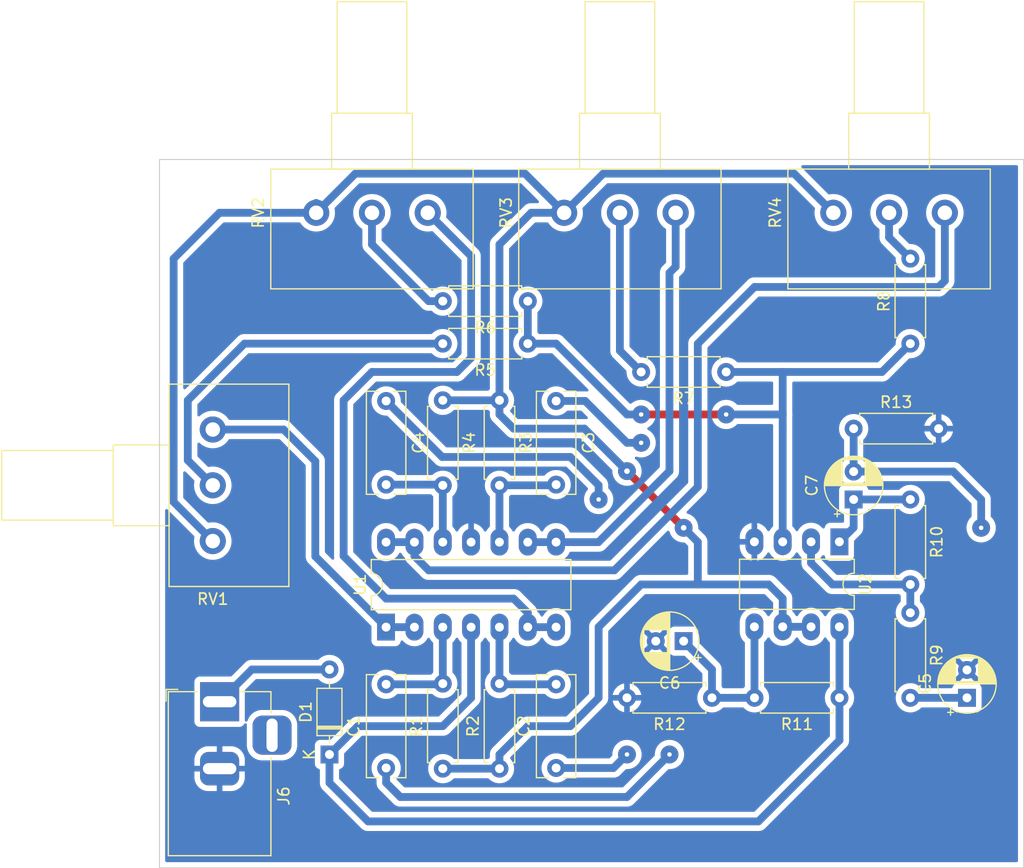
<source format=kicad_pcb>
(kicad_pcb (version 20211014) (generator pcbnew)
  (layers (0 "F.Cu" signal) (31 "B.Cu" signal) (34 "B.Paste" user) (35 "F.Paste" user) (36 "B.SilkS" user "B.Silkscreen") (37 "F.SilkS" user "F.Silkscreen") (38 "B.Mask" user) (39 "F.Mask" user) (44 "Edge.Cuts" user))
  (net 0 "")
  (net 1 "Net-(C1-Pad1)")
  (net 2 "Net-(C1-Pad2)")
  (net 3 "Net-(C2-Pad1)")
  (net 4 "Net-(C2-Pad2)")
  (net 5 "Net-(C3-Pad1)")
  (net 6 "Net-(C3-Pad2)")
  (net 7 "Net-(C4-Pad1)")
  (net 8 "Net-(C4-Pad2)")
  (net 9 "Net-(C5-Pad1)")
  (net 10 "GND")
  (net 11 "Net-(C6-Pad1)")
  (net 12 "Net-(C7-Pad1)")
  (net 13 "Net-(C7-Pad2)")
  (net 14 "+9V")
  (net 15 "Net-(D1-Pad2)")
  (net 16 "Vref")
  (net 17 "Net-(R5-Pad1)")
  (net 18 "Net-(R5-Pad2)")
  (net 19 "Net-(R6-Pad2)")
  (net 20 "Net-(R7-Pad2)")
  (net 21 "Net-(R8-Pad2)")
  (net 22 "Net-(R10-Pad2)")
  (net 23 "Net-(RV1-Pad1)")
  (net 24 "Net-(RV2-Pad1)")
  (net 25 "Net-(RV3-Pad1)")
  (net 26 "Net-(RV4-Pad1)")
  (footprint "Potentiometer_THT:Potentiometer_Alps_RK163_Single_Horizontal" (layer "F.Cu") (at 212.645 42.88 90)
    (fp_text reference "RV4" (at 0 -15.2 90) (layer "F.SilkS"))
    (fp_text value "10KA")
    (pad "1" thru_hole circle (at 0 0 90) (size 2.34 2.34) (drill 1.3) (layers *.Cu *.Mask) (net 26 "Net-(RV4-Pad1)"))
    (pad "2" thru_hole circle (at 0 -5 90) (size 2.34 2.34) (drill 1.3) (layers *.Cu *.Mask) (net 21 "Net-(R8-Pad2)"))
    (pad "3" thru_hole circle (at 0 -10 90) (size 2.34 2.34) (drill 1.3) (layers *.Cu *.Mask) (net 16 "Vref"))
  )
  (footprint "Potentiometer_THT:Potentiometer_Alps_RK163_Single_Horizontal" (layer "F.Cu") (at 147.02 62.31 180)
    (fp_text reference "RV1" (at 0 -15.2) (layer "F.SilkS"))
    (fp_text value "10KA")
    (pad "1" thru_hole circle (at 0 0 180) (size 2.34 2.34) (drill 1.3) (layers *.Cu *.Mask) (net 23 "Net-(RV1-Pad1)"))
    (pad "2" thru_hole circle (at 0 -5 180) (size 2.34 2.34) (drill 1.3) (layers *.Cu *.Mask) (net 18 "Net-(R5-Pad2)"))
    (pad "3" thru_hole circle (at 0 -10 180) (size 2.34 2.34) (drill 1.3) (layers *.Cu *.Mask) (net 16 "Vref"))
  )
  (footprint "Resistor_THT:R_Axial_DIN0207_L6.3mm_D2.5mm_P7.62mm_Horizontal" (layer "F.Cu") (at 172.72 59.69 -90)
    (fp_text reference "R3" (at 3.81 -2.37 90) (layer "F.SilkS"))
    (fp_text value "1M")
    (pad "1" thru_hole circle (at 0 0 270) (size 1.6 1.6) (drill 0.8) (layers *.Cu *.Mask) (net 16 "Vref"))
    (pad "2" thru_hole oval (at 7.62 0 270) (size 1.6 1.6) (drill 0.8) (layers *.Cu *.Mask) (net 6 "Net-(C3-Pad2)"))
  )
  (footprint "Resistor_THT:R_Axial_DIN0207_L6.3mm_D2.5mm_P7.62mm_Horizontal" (layer "F.Cu") (at 204.47 62.23)
    (fp_text reference "R13" (at 3.81 -2.37) (layer "F.SilkS"))
    (fp_text value "10k")
    (pad "1" thru_hole circle (at 0 0) (size 1.6 1.6) (drill 0.8) (layers *.Cu *.Mask) (net 13 "Net-(C7-Pad2)"))
    (pad "2" thru_hole oval (at 7.62 0) (size 1.6 1.6) (drill 0.8) (layers *.Cu *.Mask) (net 10 "GND"))
  )
  (footprint "Resistor_THT:R_Axial_DIN0207_L6.3mm_D2.5mm_P7.62mm_Horizontal" (layer "F.Cu") (at 167.64 92.71 90)
    (fp_text reference "R1" (at 3.81 -2.37 90) (layer "F.SilkS"))
    (fp_text value "1M")
    (pad "1" thru_hole circle (at 0 0 90) (size 1.6 1.6) (drill 0.8) (layers *.Cu *.Mask) (net 16 "Vref"))
    (pad "2" thru_hole oval (at 7.62 0 90) (size 1.6 1.6) (drill 0.8) (layers *.Cu *.Mask) (net 2 "Net-(C1-Pad2)"))
  )
  (footprint "Potentiometer_THT:Potentiometer_Alps_RK163_Single_Horizontal" (layer "F.Cu") (at 166.29 42.88 90)
    (fp_text reference "RV2" (at 0 -15.2 90) (layer "F.SilkS"))
    (fp_text value "10KA")
    (pad "1" thru_hole circle (at 0 0 90) (size 2.34 2.34) (drill 1.3) (layers *.Cu *.Mask) (net 24 "Net-(RV2-Pad1)"))
    (pad "2" thru_hole circle (at 0 -5 90) (size 2.34 2.34) (drill 1.3) (layers *.Cu *.Mask) (net 19 "Net-(R6-Pad2)"))
    (pad "3" thru_hole circle (at 0 -10 90) (size 2.34 2.34) (drill 1.3) (layers *.Cu *.Mask) (net 16 "Vref"))
  )
  (footprint "Resistor_THT:R_Axial_DIN0207_L6.3mm_D2.5mm_P7.62mm_Horizontal" (layer "F.Cu") (at 193.04 57.15 180)
    (fp_text reference "R7" (at 3.81 -2.37) (layer "F.SilkS"))
    (fp_text value "100k")
    (pad "1" thru_hole circle (at 0 0 180) (size 1.6 1.6) (drill 0.8) (layers *.Cu *.Mask) (net 17 "Net-(R5-Pad1)"))
    (pad "2" thru_hole oval (at 7.62 0 180) (size 1.6 1.6) (drill 0.8) (layers *.Cu *.Mask) (net 20 "Net-(R7-Pad2)"))
  )
  (footprint "Resistor_THT:R_Axial_DIN0207_L6.3mm_D2.5mm_P7.62mm_Horizontal" (layer "F.Cu") (at 167.64 59.69 -90)
    (fp_text reference "R4" (at 3.81 -2.37 90) (layer "F.SilkS"))
    (fp_text value "1M")
    (pad "1" thru_hole circle (at 0 0 270) (size 1.6 1.6) (drill 0.8) (layers *.Cu *.Mask) (net 16 "Vref"))
    (pad "2" thru_hole oval (at 7.62 0 270) (size 1.6 1.6) (drill 0.8) (layers *.Cu *.Mask) (net 8 "Net-(C4-Pad2)"))
  )
  (footprint "Resistor_THT:R_Axial_DIN0207_L6.3mm_D2.5mm_P7.62mm_Horizontal" (layer "F.Cu") (at 209.55 68.58 -90)
    (fp_text reference "R10" (at 3.81 -2.37 90) (layer "F.SilkS"))
    (fp_text value "10k")
    (pad "1" thru_hole circle (at 0 0 270) (size 1.6 1.6) (drill 0.8) (layers *.Cu *.Mask) (net 12 "Net-(C7-Pad1)"))
    (pad "2" thru_hole oval (at 7.62 0 270) (size 1.6 1.6) (drill 0.8) (layers *.Cu *.Mask) (net 22 "Net-(R10-Pad2)"))
  )
  (footprint "Package_DIP:DIP-8_W7.62mm_LongPads" (layer "F.Cu") (at 203.19 72.375 -90)
    (fp_text reference "U2" (at 3.81 -2.33 90) (layer "F.SilkS"))
    (fp_text value "TL072")
    (pad "1" thru_hole rect (at 0 0 270) (size 2.4 1.6) (drill 0.8) (layers *.Cu *.Mask) (net 12 "Net-(C7-Pad1)"))
    (pad "2" thru_hole oval (at 0 2.54 270) (size 2.4 1.6) (drill 0.8) (layers *.Cu *.Mask) (net 22 "Net-(R10-Pad2)"))
    (pad "3" thru_hole oval (at 0 5.08 270) (size 2.4 1.6) (drill 0.8) (layers *.Cu *.Mask) (net 17 "Net-(R5-Pad1)"))
    (pad "4" thru_hole oval (at 0 7.62 270) (size 2.4 1.6) (drill 0.8) (layers *.Cu *.Mask) (net 10 "GND"))
    (pad "5" thru_hole oval (at 7.62 7.62 270) (size 2.4 1.6) (drill 0.8) (layers *.Cu *.Mask) (net 11 "Net-(C6-Pad1)"))
    (pad "6" thru_hole oval (at 7.62 5.08 270) (size 2.4 1.6) (drill 0.8) (layers *.Cu *.Mask) (net 16 "Vref"))
    (pad "7" thru_hole oval (at 7.62 2.54 270) (size 2.4 1.6) (drill 0.8) (layers *.Cu *.Mask) (net 16 "Vref"))
    (pad "8" thru_hole oval (at 7.62 0 270) (size 2.4 1.6) (drill 0.8) (layers *.Cu *.Mask) (net 14 "+9V"))
  )
  (footprint "Resistor_THT:R_Axial_DIN0207_L6.3mm_D2.5mm_P7.62mm_Horizontal" (layer "F.Cu") (at 191.77 86.36 180)
    (fp_text reference "R12" (at 3.81 -2.37) (layer "F.SilkS"))
    (fp_text value "470k")
    (pad "1" thru_hole circle (at 0 0 180) (size 1.6 1.6) (drill 0.8) (layers *.Cu *.Mask) (net 11 "Net-(C6-Pad1)"))
    (pad "2" thru_hole oval (at 7.62 0 180) (size 1.6 1.6) (drill 0.8) (layers *.Cu *.Mask) (net 10 "GND"))
  )
  (footprint "Capacitor_THT:CP_Radial_D5.0mm_P2.50mm" (layer "F.Cu") (at 214.63 86.36 90)
    (fp_text reference "C5" (at 1.25 -3.75 90) (layer "F.SilkS"))
    (fp_text value "4.7uF")
    (pad "1" thru_hole rect (at 0 0 90) (size 1.6 1.6) (drill 0.8) (layers *.Cu *.Mask) (net 9 "Net-(C5-Pad1)"))
    (pad "2" thru_hole circle (at 2.5 0 90) (size 1.6 1.6) (drill 0.8) (layers *.Cu *.Mask) (net 10 "GND"))
  )
  (footprint "Resistor_THT:R_Axial_DIN0207_L6.3mm_D2.5mm_P7.62mm_Horizontal" (layer "F.Cu") (at 172.72 92.71 90)
    (fp_text reference "R2" (at 3.81 -2.37 90) (layer "F.SilkS"))
    (fp_text value "1M")
    (pad "1" thru_hole circle (at 0 0 90) (size 1.6 1.6) (drill 0.8) (layers *.Cu *.Mask) (net 16 "Vref"))
    (pad "2" thru_hole oval (at 7.62 0 90) (size 1.6 1.6) (drill 0.8) (layers *.Cu *.Mask) (net 4 "Net-(C2-Pad2)"))
  )
  (footprint "Diode_THT:D_DO-35_SOD27_P7.62mm_Horizontal" (layer "F.Cu") (at 157.48 91.44 90)
    (fp_text reference "D1" (at 3.81 -2.12 90) (layer "F.SilkS"))
    (fp_text value "1N914")
    (fp_text user "K" (at 0 -1.8 90) (layer "F.SilkS"))
    (pad "1" thru_hole rect (at 0 0 90) (size 1.6 1.6) (drill 0.8) (layers *.Cu *.Mask) (net 14 "+9V"))
    (pad "2" thru_hole oval (at 7.62 0 90) (size 1.6 1.6) (drill 0.8) (layers *.Cu *.Mask) (net 15 "Net-(D1-Pad2)"))
  )
  (footprint "Resistor_THT:R_Axial_DIN0207_L6.3mm_D2.5mm_P7.62mm_Horizontal" (layer "F.Cu") (at 209.55 78.74 -90)
    (fp_text reference "R9" (at 3.81 -2.37 90) (layer "F.SilkS"))
    (fp_text value "1k")
    (pad "1" thru_hole circle (at 0 0 270) (size 1.6 1.6) (drill 0.8) (layers *.Cu *.Mask) (net 22 "Net-(R10-Pad2)"))
    (pad "2" thru_hole oval (at 7.62 0 270) (size 1.6 1.6) (drill 0.8) (layers *.Cu *.Mask) (net 9 "Net-(C5-Pad1)"))
  )
  (footprint "Capacitor_THT:C_Rect_L9.0mm_W3.3mm_P7.50mm_MKT" (layer "F.Cu") (at 177.8 59.75 -90)
    (fp_text reference "C3" (at 3.75 -2.9 90) (layer "F.SilkS"))
    (fp_text value "470nF")
    (pad "1" thru_hole circle (at 0 0 270) (size 1.6 1.6) (drill 0.8) (layers *.Cu *.Mask) (net 5 "Net-(C3-Pad1)"))
    (pad "2" thru_hole circle (at 7.5 0 270) (size 1.6 1.6) (drill 0.8) (layers *.Cu *.Mask) (net 6 "Net-(C3-Pad2)"))
  )
  (footprint "Capacitor_THT:C_Rect_L9.0mm_W3.3mm_P7.50mm_MKT" (layer "F.Cu") (at 162.56 59.75 -90)
    (fp_text reference "C4" (at 3.75 -2.9 90) (layer "F.SilkS"))
    (fp_text value "470nF")
    (pad "1" thru_hole circle (at 0 0 270) (size 1.6 1.6) (drill 0.8) (layers *.Cu *.Mask) (net 7 "Net-(C4-Pad1)"))
    (pad "2" thru_hole circle (at 7.5 0 270) (size 1.6 1.6) (drill 0.8) (layers *.Cu *.Mask) (net 8 "Net-(C4-Pad2)"))
  )
  (footprint "Resistor_THT:R_Axial_DIN0207_L6.3mm_D2.5mm_P7.62mm_Horizontal" (layer "F.Cu") (at 175.26 54.61 180)
    (fp_text reference "R5" (at 3.81 -2.37) (layer "F.SilkS"))
    (fp_text value "100k")
    (pad "1" thru_hole circle (at 0 0 180) (size 1.6 1.6) (drill 0.8) (layers *.Cu *.Mask) (net 17 "Net-(R5-Pad1)"))
    (pad "2" thru_hole oval (at 7.62 0 180) (size 1.6 1.6) (drill 0.8) (layers *.Cu *.Mask) (net 18 "Net-(R5-Pad2)"))
  )
  (footprint "Resistor_THT:R_Axial_DIN0207_L6.3mm_D2.5mm_P7.62mm_Horizontal" (layer "F.Cu") (at 175.26 50.8 180)
    (fp_text reference "R6" (at 3.81 -2.37) (layer "F.SilkS"))
    (fp_text value "100k")
    (pad "1" thru_hole circle (at 0 0 180) (size 1.6 1.6) (drill 0.8) (layers *.Cu *.Mask) (net 17 "Net-(R5-Pad1)"))
    (pad "2" thru_hole oval (at 7.62 0 180) (size 1.6 1.6) (drill 0.8) (layers *.Cu *.Mask) (net 19 "Net-(R6-Pad2)"))
  )
  (footprint "Resistor_THT:R_Axial_DIN0207_L6.3mm_D2.5mm_P7.62mm_Horizontal" (layer "F.Cu") (at 203.2 86.36 180)
    (fp_text reference "R11" (at 3.81 -2.37) (layer "F.SilkS"))
    (fp_text value "470k")
    (pad "1" thru_hole circle (at 0 0 180) (size 1.6 1.6) (drill 0.8) (layers *.Cu *.Mask) (net 14 "+9V"))
    (pad "2" thru_hole oval (at 7.62 0 180) (size 1.6 1.6) (drill 0.8) (layers *.Cu *.Mask) (net 11 "Net-(C6-Pad1)"))
  )
  (footprint "Capacitor_THT:C_Rect_L9.0mm_W3.3mm_P7.50mm_MKT" (layer "F.Cu") (at 162.56 92.65 90)
    (fp_text reference "C1" (at 3.75 -2.9 90) (layer "F.SilkS"))
    (fp_text value "470nF")
    (pad "1" thru_hole circle (at 0 0 90) (size 1.6 1.6) (drill 0.8) (layers *.Cu *.Mask) (net 1 "Net-(C1-Pad1)"))
    (pad "2" thru_hole circle (at 7.5 0 90) (size 1.6 1.6) (drill 0.8) (layers *.Cu *.Mask) (net 2 "Net-(C1-Pad2)"))
  )
  (footprint "Capacitor_THT:CP_Radial_D5.0mm_P2.50mm" (layer "F.Cu") (at 189.23 81.28 180)
    (fp_text reference "C6" (at 1.25 -3.75) (layer "F.SilkS"))
    (fp_text value "4.7uF")
    (pad "1" thru_hole rect (at 0 0 180) (size 1.6 1.6) (drill 0.8) (layers *.Cu *.Mask) (net 11 "Net-(C6-Pad1)"))
    (pad "2" thru_hole circle (at 2.5 0 180) (size 1.6 1.6) (drill 0.8) (layers *.Cu *.Mask) (net 10 "GND"))
  )
  (footprint "Potentiometer_THT:Potentiometer_Alps_RK163_Single_Horizontal" (layer "F.Cu") (at 188.515 42.88 90)
    (fp_text reference "RV3" (at 0 -15.2 90) (layer "F.SilkS"))
    (fp_text value "10KA")
    (pad "1" thru_hole circle (at 0 0 90) (size 2.34 2.34) (drill 1.3) (layers *.Cu *.Mask) (net 25 "Net-(RV3-Pad1)"))
    (pad "2" thru_hole circle (at 0 -5 90) (size 2.34 2.34) (drill 1.3) (layers *.Cu *.Mask) (net 20 "Net-(R7-Pad2)"))
    (pad "3" thru_hole circle (at 0 -10 90) (size 2.34 2.34) (drill 1.3) (layers *.Cu *.Mask) (net 16 "Vref"))
  )
  (footprint "Resistor_THT:R_Axial_DIN0207_L6.3mm_D2.5mm_P7.62mm_Horizontal" (layer "F.Cu") (at 209.55 54.61 90)
    (fp_text reference "R8" (at 3.81 -2.37 90) (layer "F.SilkS"))
    (fp_text value "100k")
    (pad "1" thru_hole circle (at 0 0 90) (size 1.6 1.6) (drill 0.8) (layers *.Cu *.Mask) (net 17 "Net-(R5-Pad1)"))
    (pad "2" thru_hole oval (at 7.62 0 90) (size 1.6 1.6) (drill 0.8) (layers *.Cu *.Mask) (net 21 "Net-(R8-Pad2)"))
  )
  (footprint "Connector_BarrelJack:BarrelJack_Horizontal" (layer "F.Cu") (at 147.6325 86.71 90)
    (fp_text reference "J6" (at -8.45 5.75 90) (layer "F.SilkS"))
    (fp_text value "9V PSU")
    (pad "1" thru_hole rect (at 0 0 90) (size 3.5 3.5) (drill oval 1 3) (layers *.Cu *.Mask) (net 15 "Net-(D1-Pad2)"))
    (pad "2" thru_hole roundrect (at -6 0 90) (size 3 3.5) (drill oval 1 3) (layers *.Cu *.Mask) (net 10 "GND"))
    (pad "3" thru_hole roundrect (at -3 4.7 90) (size 3.5 3.5) (drill oval 3 1) (layers *.Cu *.Mask))
  )
  (footprint "Package_DIP:DIP-14_W7.62mm_LongPads" (layer "F.Cu") (at 162.555 80.025 90)
    (fp_text reference "U1" (at 3.81 -2.33 90) (layer "F.SilkS"))
    (fp_text value "TL074")
    (pad "1" thru_hole rect (at 0 0 90) (size 2.4 1.6) (drill 0.8) (layers *.Cu *.Mask) (net 23 "Net-(RV1-Pad1)"))
    (pad "2" thru_hole oval (at 0 2.54 90) (size 2.4 1.6) (drill 0.8) (layers *.Cu *.Mask) (net 23 "Net-(RV1-Pad1)"))
    (pad "3" thru_hole oval (at 0 5.08 90) (size 2.4 1.6) (drill 0.8) (layers *.Cu *.Mask) (net 2 "Net-(C1-Pad2)"))
    (pad "4" thru_hole oval (at 0 7.62 90) (size 2.4 1.6) (drill 0.8) (layers *.Cu *.Mask) (net 14 "+9V"))
    (pad "5" thru_hole oval (at 0 10.16 90) (size 2.4 1.6) (drill 0.8) (layers *.Cu *.Mask) (net 4 "Net-(C2-Pad2)"))
    (pad "6" thru_hole oval (at 0 12.7 90) (size 2.4 1.6) (drill 0.8) (layers *.Cu *.Mask) (net 24 "Net-(RV2-Pad1)"))
    (pad "7" thru_hole oval (at 0 15.24 90) (size 2.4 1.6) (drill 0.8) (layers *.Cu *.Mask) (net 24 "Net-(RV2-Pad1)"))
    (pad "8" thru_hole oval (at 7.62 15.24 90) (size 2.4 1.6) (drill 0.8) (layers *.Cu *.Mask) (net 25 "Net-(RV3-Pad1)"))
    (pad "9" thru_hole oval (at 7.62 12.7 90) (size 2.4 1.6) (drill 0.8) (layers *.Cu *.Mask) (net 25 "Net-(RV3-Pad1)"))
    (pad "10" thru_hole oval (at 7.62 10.16 90) (size 2.4 1.6) (drill 0.8) (layers *.Cu *.Mask) (net 6 "Net-(C3-Pad2)"))
    (pad "11" thru_hole oval (at 7.62 7.62 90) (size 2.4 1.6) (drill 0.8) (layers *.Cu *.Mask) (net 10 "GND"))
    (pad "12" thru_hole oval (at 7.62 5.08 90) (size 2.4 1.6) (drill 0.8) (layers *.Cu *.Mask) (net 8 "Net-(C4-Pad2)"))
    (pad "13" thru_hole oval (at 7.62 2.54 90) (size 2.4 1.6) (drill 0.8) (layers *.Cu *.Mask) (net 26 "Net-(RV4-Pad1)"))
    (pad "14" thru_hole oval (at 7.62 0 90) (size 2.4 1.6) (drill 0.8) (layers *.Cu *.Mask) (net 26 "Net-(RV4-Pad1)"))
  )
  (footprint "Capacitor_THT:CP_Radial_D5.0mm_P2.50mm" (layer "F.Cu") (at 204.47 68.58 90)
    (fp_text reference "C7" (at 1.25 -3.75 90) (layer "F.SilkS"))
    (fp_text value "4.7uF")
    (pad "1" thru_hole rect (at 0 0 90) (size 1.6 1.6) (drill 0.8) (layers *.Cu *.Mask) (net 12 "Net-(C7-Pad1)"))
    (pad "2" thru_hole circle (at 2.5 0 90) (size 1.6 1.6) (drill 0.8) (layers *.Cu *.Mask) (net 13 "Net-(C7-Pad2)"))
  )
  (footprint "Capacitor_THT:C_Rect_L9.0mm_W3.3mm_P7.50mm_MKT" (layer "F.Cu") (at 177.8 92.65 90)
    (fp_text reference "C2" (at 3.75 -2.9 90) (layer "F.SilkS"))
    (fp_text value "470nF")
    (pad "1" thru_hole circle (at 0 0 90) (size 1.6 1.6) (drill 0.8) (layers *.Cu *.Mask) (net 3 "Net-(C2-Pad1)"))
    (pad "2" thru_hole circle (at 7.5 0 90) (size 1.6 1.6) (drill 0.8) (layers *.Cu *.Mask) (net 4 "Net-(C2-Pad2)"))
  )
  (gr_rect (start 142.24 38.1) (end 219.71 101.6) (layer "Edge.Cuts") (width 0.1) (fill none))
  (via (at 187.96 91.44) (size 1.6) (drill 0.4) (layers "F.Cu" "B.Cu") (net 1))
  (segment (start 162.56 92.65) (end 162.56 93.98) (width 0.7) (layer "B.Cu") (net 1))
  (segment (start 162.56 93.98) (end 163.83 95.25) (width 0.7) (layer "B.Cu") (net 1))
  (segment (start 163.83 95.25) (end 184.15 95.25) (width 0.7) (layer "B.Cu") (net 1))
  (segment (start 184.15 95.25) (end 187.96 91.44) (width 0.7) (layer "B.Cu") (net 1))
  (segment (start 162.56 85.15) (end 167.58 85.15) (width 0.7) (layer "B.Cu") (net 2))
  (segment (start 167.58 85.15) (end 167.64 85.09) (width 0.7) (layer "B.Cu") (net 2))
  (segment (start 167.64 80.03) (end 167.635 80.025) (width 0.7) (layer "B.Cu") (net 2))
  (segment (start 167.64 85.09) (end 167.64 80.03) (width 0.7) (layer "B.Cu") (net 2))
  (via (at 184.15 91.44) (size 1.6) (drill 0.4) (layers "F.Cu" "B.Cu") (net 3))
  (segment (start 177.8 92.65) (end 182.94 92.65) (width 0.7) (layer "B.Cu") (net 3))
  (segment (start 182.94 92.65) (end 184.15 91.44) (width 0.7) (layer "B.Cu") (net 3))
  (segment (start 172.72 80.03) (end 172.715 80.025) (width 0.7) (layer "B.Cu") (net 4))
  (segment (start 172.78 85.15) (end 172.72 85.09) (width 0.7) (layer "B.Cu") (net 4))
  (segment (start 177.8 85.15) (end 172.78 85.15) (width 0.7) (layer "B.Cu") (net 4))
  (segment (start 172.72 85.09) (end 172.72 80.03) (width 0.7) (layer "B.Cu") (net 4))
  (via (at 185.42 63.5) (size 1.6) (drill 0.4) (layers "F.Cu" "B.Cu") (net 5))
  (segment (start 180.4 59.75) (end 184.15 63.5) (width 0.7) (layer "B.Cu") (net 5))
  (segment (start 184.15 63.5) (end 185.42 63.5) (width 0.7) (layer "B.Cu") (net 5))
  (segment (start 177.8 59.75) (end 180.4 59.75) (width 0.7) (layer "B.Cu") (net 5))
  (segment (start 172.72 67.31) (end 177.74 67.31) (width 0.7) (layer "B.Cu") (net 6))
  (segment (start 172.72 67.31) (end 172.72 72.4) (width 0.7) (layer "B.Cu") (net 6))
  (segment (start 177.74 67.31) (end 177.8 67.25) (width 0.7) (layer "B.Cu") (net 6))
  (segment (start 172.72 72.4) (end 172.715 72.405) (width 0.7) (layer "B.Cu") (net 6))
  (via (at 181.61 68.58) (size 1.6) (drill 0.4) (layers "F.Cu" "B.Cu") (net 7))
  (segment (start 181.61 67.31) (end 181.61 68.58) (width 0.7) (layer "B.Cu") (net 7))
  (segment (start 179.07 64.77) (end 181.61 67.31) (width 0.7) (layer "B.Cu") (net 7))
  (segment (start 162.56 59.75) (end 167.58 64.77) (width 0.7) (layer "B.Cu") (net 7))
  (segment (start 167.58 64.77) (end 179.07 64.77) (width 0.7) (layer "B.Cu") (net 7))
  (segment (start 167.64 67.31) (end 167.64 72.4) (width 0.7) (layer "B.Cu") (net 8))
  (segment (start 167.64 72.4) (end 167.635 72.405) (width 0.7) (layer "B.Cu") (net 8))
  (segment (start 167.58 67.25) (end 167.64 67.31) (width 0.7) (layer "B.Cu") (net 8))
  (segment (start 162.56 67.25) (end 167.58 67.25) (width 0.7) (layer "B.Cu") (net 8))
  (segment (start 209.55 86.36) (end 214.63 86.36) (width 0.7) (layer "B.Cu") (net 9))
  (segment (start 195.58 80.005) (end 195.57 79.995) (width 0.7) (layer "B.Cu") (net 11))
  (segment (start 195.58 86.36) (end 191.77 86.36) (width 0.7) (layer "B.Cu") (net 11))
  (segment (start 195.58 86.36) (end 195.58 80.005) (width 0.7) (layer "B.Cu") (net 11))
  (segment (start 191.77 83.82) (end 189.23 81.28) (width 0.7) (layer "B.Cu") (net 11))
  (segment (start 191.77 86.36) (end 191.77 83.82) (width 0.7) (layer "B.Cu") (net 11))
  (segment (start 209.55 68.58) (end 204.47 68.58) (width 0.7) (layer "B.Cu") (net 12))
  (segment (start 204.47 68.58) (end 204.47 71.095) (width 0.7) (layer "B.Cu") (net 12))
  (segment (start 204.47 71.095) (end 203.19 72.375) (width 0.7) (layer "B.Cu") (net 12))
  (via (at 215.9 71.12) (size 1.6) (drill 0.4) (layers "F.Cu" "B.Cu") (net 13))
  (segment (start 204.47 66.08) (end 213.4 66.08) (width 0.7) (layer "B.Cu") (net 13))
  (segment (start 204.47 66.08) (end 204.47 62.23) (width 0.7) (layer "B.Cu") (net 13))
  (segment (start 213.4 66.08) (end 215.9 68.58) (width 0.7) (layer "B.Cu") (net 13))
  (segment (start 215.9 68.58) (end 215.9 71.12) (width 0.7) (layer "B.Cu") (net 13))
  (segment (start 170.18 86.36) (end 167.64 88.9) (width 0.7) (layer "B.Cu") (net 14))
  (segment (start 203.2 90.17) (end 195.93002 97.43998) (width 0.7) (layer "B.Cu") (net 14))
  (segment (start 203.2 80.005) (end 203.19 79.995) (width 0.7) (layer "B.Cu") (net 14))
  (segment (start 170.175 86.355) (end 170.18 86.36) (width 0.7) (layer "B.Cu") (net 14))
  (segment (start 203.2 86.36) (end 203.2 90.17) (width 0.7) (layer "B.Cu") (net 14))
  (segment (start 160.93998 97.43998) (end 157.48 93.98) (width 0.7) (layer "B.Cu") (net 14))
  (segment (start 157.48 93.98) (end 157.48 91.44) (width 0.7) (layer "B.Cu") (net 14))
  (segment (start 195.93002 97.43998) (end 160.93998 97.43998) (width 0.7) (layer "B.Cu") (net 14))
  (segment (start 170.175 80.025) (end 170.175 86.355) (width 0.7) (layer "B.Cu") (net 14))
  (segment (start 167.64 88.9) (end 160.02 88.9) (width 0.7) (layer "B.Cu") (net 14))
  (segment (start 203.2 86.36) (end 203.2 80.005) (width 0.7) (layer "B.Cu") (net 14))
  (segment (start 160.02 88.9) (end 157.48 91.44) (width 0.7) (layer "B.Cu") (net 14))
  (segment (start 157.48 83.82) (end 150.5225 83.82) (width 0.7) (layer "B.Cu") (net 15))
  (segment (start 150.5225 83.82) (end 147.6325 86.71) (width 0.7) (layer "B.Cu") (net 15))
  (segment (start 189.23 71.12) (end 184.15 66.04) (width 0.7) (layer "F.Cu") (net 16))
  (via (at 184.15 66.04) (size 1.6) (drill 0.5) (layers "F.Cu" "B.Cu") (net 16))
  (via (at 189.23 71.12) (size 1.6) (drill 0.5) (layers "F.Cu" "B.Cu") (net 16))
  (segment (start 189.23 71.12) (end 190.5 72.39) (width 0.7) (layer "B.Cu") (net 16))
  (segment (start 156.29 42.88) (end 159.8 39.37) (width 0.7) (layer "B.Cu") (net 16))
  (segment (start 178.515 42.88) (end 182.025 39.37) (width 0.7) (layer "B.Cu") (net 16))
  (segment (start 190.5 76.2) (end 196.85 76.2) (width 0.7) (layer "B.Cu") (net 16))
  (segment (start 175.005 39.37) (end 178.515 42.88) (width 0.7) (layer "B.Cu") (net 16))
  (segment (start 182.025 39.37) (end 199.135 39.37) (width 0.7) (layer "B.Cu") (net 16))
  (segment (start 178.515 42.88) (end 175.56 42.88) (width 0.7) (layer "B.Cu") (net 16))
  (segment (start 198.11 77.46) (end 198.11 79.995) (width 0.7) (layer "B.Cu") (net 16))
  (segment (start 167.64 59.69) (end 172.72 59.69) (width 0.7) (layer "B.Cu") (net 16))
  (segment (start 159.8 39.37) (end 175.005 39.37) (width 0.7) (layer "B.Cu") (net 16))
  (segment (start 175.56 42.88) (end 172.72 45.72) (width 0.7) (layer "B.Cu") (net 16))
  (segment (start 181.61 86.36) (end 181.61 80.01) (width 0.7) (layer "B.Cu") (net 16))
  (segment (start 173.99 62.23) (end 180.34 62.23) (width 0.7) (layer "B.Cu") (net 16))
  (segment (start 167.64 92.71) (end 172.72 92.71) (width 0.7) (layer "B.Cu") (net 16))
  (segment (start 196.85 76.2) (end 198.11 77.46) (width 0.7) (layer "B.Cu") (net 16))
  (segment (start 156.29 41.99) (end 156.29 42.88) (width 0.7) (layer "B.Cu") (net 16))
  (segment (start 172.72 91.44) (end 175.26 88.9) (width 0.7) (layer "B.Cu") (net 16))
  (segment (start 175.26 88.9) (end 179.07 88.9) (width 0.7) (layer "B.Cu") (net 16))
  (segment (start 173.99 62.23) (end 172.72 60.96) (width 0.7) (layer "B.Cu") (net 16))
  (segment (start 200.65 79.995) (end 198.11 79.995) (width 0.7) (layer "B.Cu") (net 16))
  (segment (start 181.61 80.01) (end 185.42 76.2) (width 0.7) (layer "B.Cu") (net 16))
  (segment (start 199.135 39.37) (end 202.645 42.88) (width 0.7) (layer "B.Cu") (net 16))
  (segment (start 143.51 68.8) (end 147.02 72.31) (width 0.7) (layer "B.Cu") (net 16))
  (segment (start 180.34 62.23) (end 184.15 66.04) (width 0.7) (layer "B.Cu") (net 16))
  (segment (start 190.5 72.39) (end 190.5 76.2) (width 0.7) (layer "B.Cu") (net 16))
  (segment (start 172.72 45.72) (end 172.72 59.69) (width 0.7) (layer "B.Cu") (net 16))
  (segment (start 172.72 60.96) (end 172.72 59.69) (width 0.7) (layer "B.Cu") (net 16))
  (segment (start 172.72 92.71) (end 172.72 91.44) (width 0.7) (layer "B.Cu") (net 16))
  (segment (start 185.42 76.2) (end 190.5 76.2) (width 0.7) (layer "B.Cu") (net 16))
  (segment (start 143.51 46.99) (end 143.51 68.8) (width 0.7) (layer "B.Cu") (net 16))
  (segment (start 156.29 42.88) (end 147.62 42.88) (width 0.7) (layer "B.Cu") (net 16))
  (segment (start 179.07 88.9) (end 181.61 86.36) (width 0.7) (layer "B.Cu") (net 16))
  (segment (start 147.62 42.88) (end 143.51 46.99) (width 0.7) (layer "B.Cu") (net 16))
  (segment (start 193.04 60.96) (end 185.42 60.96) (width 0.7) (layer "F.Cu") (net 17))
  (via (at 185.42 60.96) (size 1.6) (drill 0.4) (layers "F.Cu" "B.Cu") (net 17))
  (via (at 193.04 60.96) (size 1.6) (drill 0.4) (layers "F.Cu" "B.Cu") (net 17))
  (segment (start 177.8 54.61) (end 175.26 54.61) (width 0.7) (layer "B.Cu") (net 17))
  (segment (start 198.11 62.24) (end 198.11 57.16) (width 0.7) (layer "B.Cu") (net 17))
  (segment (start 198.11 57.16) (end 198.12 57.15) (width 0.7) (layer "B.Cu") (net 17))
  (segment (start 198.12 57.15) (end 207.01 57.15) (width 0.7) (layer "B.Cu") (net 17))
  (segment (start 185.42 60.96) (end 184.15 60.96) (width 0.7) (layer "B.Cu") (net 17))
  (segment (start 207.01 57.15) (end 209.55 54.61) (width 0.7) (layer "B.Cu") (net 17))
  (segment (start 184.15 60.96) (end 177.8 54.61) (width 0.7) (layer "B.Cu") (net 17))
  (segment (start 193.04 60.96) (end 198.12 60.96) (width 0.7) (layer "B.Cu") (net 17))
  (segment (start 198.11 72.375) (end 198.11 62.24) (width 0.7) (layer "B.Cu") (net 17))
  (segment (start 193.04 57.15) (end 198.12 57.15) (width 0.7) (layer "B.Cu") (net 17))
  (segment (start 175.26 50.8) (end 175.26 54.61) (width 0.7) (layer "B.Cu") (net 17))
  (segment (start 144.78 59.69) (end 149.86 54.61) (width 0.7) (layer "B.Cu") (net 18))
  (segment (start 144.78 59.69) (end 144.78 65.07) (width 0.7) (layer "B.Cu") (net 18))
  (segment (start 149.86 54.61) (end 167.64 54.61) (width 0.7) (layer "B.Cu") (net 18))
  (segment (start 144.78 65.07) (end 147.02 67.31) (width 0.7) (layer "B.Cu") (net 18))
  (segment (start 166.37 50.8) (end 167.64 50.8) (width 0.7) (layer "B.Cu") (net 19))
  (segment (start 161.29 42.88) (end 161.29 45.72) (width 0.7) (layer "B.Cu") (net 19))
  (segment (start 161.29 45.72) (end 166.37 50.8) (width 0.7) (layer "B.Cu") (net 19))
  (segment (start 183.515 42.88) (end 183.515 55.245) (width 0.7) (layer "B.Cu") (net 20))
  (segment (start 183.515 55.245) (end 185.42 57.15) (width 0.7) (layer "B.Cu") (net 20))
  (segment (start 207.645 42.88) (end 207.645 45.085) (width 0.7) (layer "B.Cu") (net 21))
  (segment (start 207.645 45.085) (end 209.55 46.99) (width 0.7) (layer "B.Cu") (net 21))
  (segment (start 209.55 76.2) (end 202.575 76.2) (width 0.7) (layer "B.Cu") (net 22))
  (segment (start 202.575 76.2) (end 200.65 74.275) (width 0.7) (layer "B.Cu") (net 22))
  (segment (start 200.65 74.275) (end 200.65 72.375) (width 0.7) (layer "B.Cu") (net 22))
  (segment (start 209.55 78.74) (end 209.55 76.2) (width 0.7) (layer "B.Cu") (net 22))
  (segment (start 153.37 62.31) (end 147.02 62.31) (width 0.7) (layer "B.Cu") (net 23))
  (segment (start 153.37 62.31) (end 156.21 65.15) (width 0.7) (layer "B.Cu") (net 23))
  (segment (start 162.555 80.025) (end 165.095 80.025) (width 0.7) (layer "B.Cu") (net 23))
  (segment (start 156.21 73.68) (end 162.555 80.025) (width 0.7) (layer "B.Cu") (net 23))
  (segment (start 156.21 65.15) (end 156.21 73.68) (width 0.7) (layer "B.Cu") (net 23))
  (segment (start 158.75 59.69) (end 158.75 73.66) (width 0.7) (layer "B.Cu") (net 24))
  (segment (start 168.91 57.15) (end 170.18 55.88) (width 0.7) (layer "B.Cu") (net 24))
  (segment (start 175.26 78.74) (end 175.255 78.745) (width 0.7) (layer "B.Cu") (net 24))
  (segment (start 162.56 77.47) (end 173.99 77.47) (width 0.7) (layer "B.Cu") (net 24))
  (segment (start 175.255 80.025) (end 177.795 80.025) (width 0.7) (layer "B.Cu") (net 24))
  (segment (start 170.18 46.77) (end 166.29 42.88) (width 0.7) (layer "B.Cu") (net 24))
  (segment (start 173.99 77.47) (end 175.26 78.74) (width 0.7) (layer "B.Cu") (net 24))
  (segment (start 158.75 73.66) (end 162.56 77.47) (width 0.7) (layer "B.Cu") (net 24))
  (segment (start 170.18 55.88) (end 170.18 46.77) (width 0.7) (layer "B.Cu") (net 24))
  (segment (start 175.255 78.745) (end 175.255 80.025) (width 0.7) (layer "B.Cu") (net 24))
  (segment (start 158.75 59.69) (end 161.29 57.15) (width 0.7) (layer "B.Cu") (net 24))
  (segment (start 161.29 57.15) (end 168.91 57.15) (width 0.7) (layer "B.Cu") (net 24))
  (segment (start 188.515 47.705) (end 188.515 42.88) (width 0.7) (layer "B.Cu") (net 25))
  (segment (start 188.515 42.88) (end 187.96 43.435) (width 0.7) (layer "B.Cu") (net 25))
  (segment (start 187.96 66.04) (end 181.595 72.405) (width 0.7) (layer "B.Cu") (net 25))
  (segment (start 181.595 72.405) (end 177.795 72.405) (width 0.7) (layer "B.Cu") (net 25))
  (segment (start 187.96 66.04) (end 187.96 48.26) (width 0.7) (layer "B.Cu") (net 25))
  (segment (start 187.96 48.26) (end 188.515 47.705) (width 0.7) (layer "B.Cu") (net 25))
  (segment (start 175.255 72.405) (end 177.795 72.405) (width 0.7) (layer "B.Cu") (net 25))
  (segment (start 195.58 49.53) (end 212.09 49.53) (width 0.7) (layer "B.Cu") (net 26))
  (segment (start 212.09 49.53) (end 212.645 48.975) (width 0.7) (layer "B.Cu") (net 26))
  (segment (start 212.645 48.975) (end 212.645 42.88) (width 0.7) (layer "B.Cu") (net 26))
  (segment (start 166.37 74.93) (end 183.023534 74.93) (width 0.7) (layer "B.Cu") (net 26))
  (segment (start 165.095 73.655) (end 166.37 74.93) (width 0.7) (layer "B.Cu") (net 26))
  (segment (start 190.5 67.453534) (end 190.5 54.61) (width 0.7) (layer "B.Cu") (net 26))
  (segment (start 165.095 72.405) (end 165.095 73.655) (width 0.7) (layer "B.Cu") (net 26))
  (segment (start 190.5 54.61) (end 195.58 49.53) (width 0.7) (layer "B.Cu") (net 26))
  (segment (start 162.555 72.405) (end 165.095 72.405) (width 0.7) (layer "B.Cu") (net 26))
  (segment (start 183.023534 74.93) (end 190.5 67.453534) (width 0.7) (layer "B.Cu") (net 26))
  (zone (net 10) (net_name "GND") (layer "B.Cu") (connect_pads (clearance 0.508)) (min_thickness 0.254) (fill yes (thermal_gap 0.508) (thermal_bridge_width 0.508))
    (polygon (pts (xy 219.71 101.6) (xy 142.24 101.6) (xy 142.24 38.1) (xy 219.71 38.1)))
  )
)
</source>
